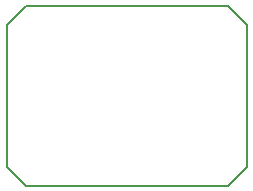
<source format=gko>
G04 DipTrace 2.4.0.2*
%IN3dBBLE.gko*%
%MOIN*%
%ADD11C,0.0055*%
%FSLAX44Y44*%
G04*
G70*
G90*
G75*
G01*
%LNBoardOutline*%
%LPD*%
X3937Y9307D2*
D11*
Y4567D1*
X4567Y3937D1*
X11299D1*
X11929Y4567D1*
Y9307D1*
X11299Y9937D1*
X4567D1*
X3937Y9307D1*
M02*

</source>
